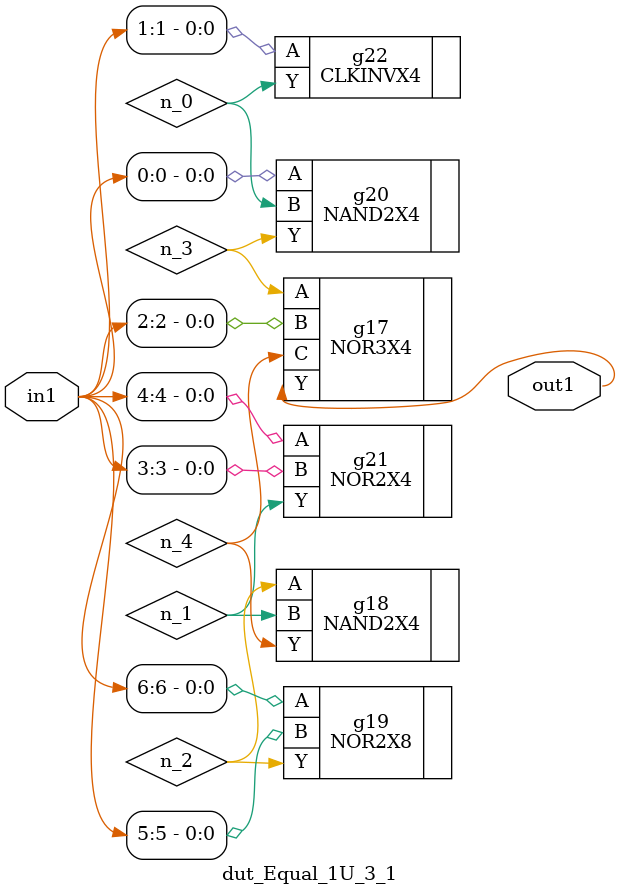
<source format=v>
`timescale 1ps / 1ps


module dut_Equal_1U_3_1(in1, out1);
  input [6:0] in1;
  output out1;
  wire [6:0] in1;
  wire out1;
  wire n_0, n_1, n_2, n_3, n_4;
  NOR3X4 g17(.A (n_3), .B (in1[2]), .C (n_4), .Y (out1));
  NAND2X4 g18(.A (n_2), .B (n_1), .Y (n_4));
  NAND2X4 g20(.A (in1[0]), .B (n_0), .Y (n_3));
  NOR2X8 g19(.A (in1[6]), .B (in1[5]), .Y (n_2));
  NOR2X4 g21(.A (in1[4]), .B (in1[3]), .Y (n_1));
  CLKINVX4 g22(.A (in1[1]), .Y (n_0));
endmodule



</source>
